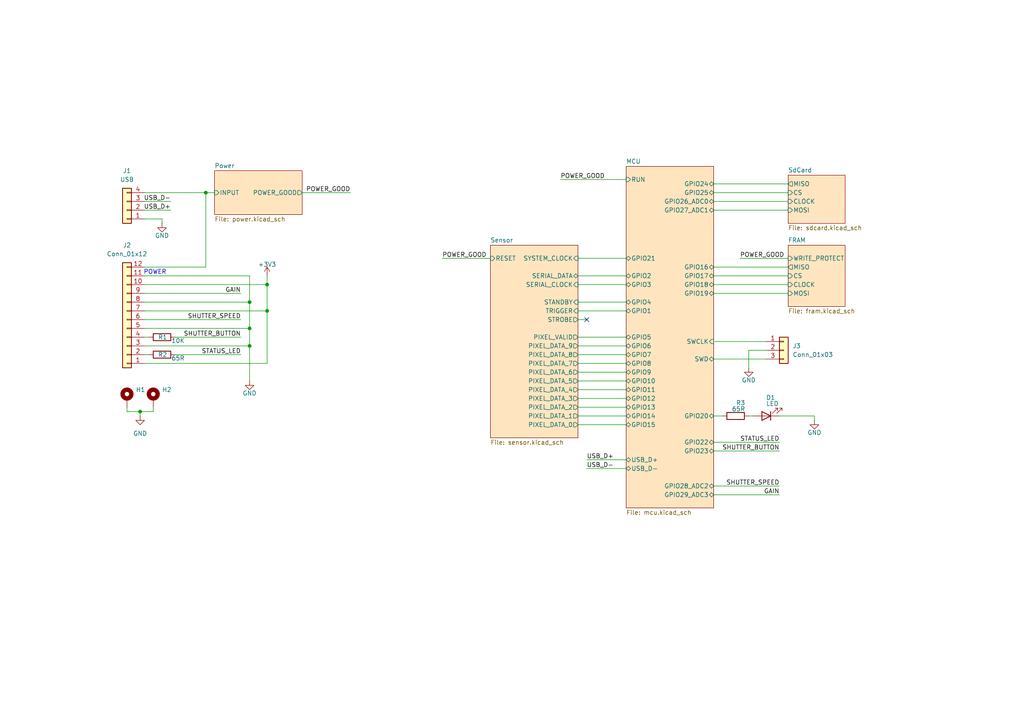
<source format=kicad_sch>
(kicad_sch (version 20250114) (generator "eeschema") (generator_version "9.0")
  (paper "A4")
  (lib_symbols
    (symbol "Connector_Generic:Conn_01x03" (pin_names (offset 1.016) (hide yes))
      (property "Reference" "J" (at 0 5.08 0))
      (property "Value" "Conn_01x03" (at 0 -5.08 0))
      (symbol "Conn_01x03_1_1"
        (rectangle (start -1.27 3.81) (end 1.27 -3.81) (stroke (width 0.254)) (fill (type background)))
        (rectangle (start -1.27 2.667) (end 0 2.413) (stroke (width 0.1524)))
        (rectangle (start -1.27 0.127) (end 0 -0.127) (stroke (width 0.1524)))
        (rectangle (start -1.27 -2.413) (end 0 -2.667) (stroke (width 0.1524)))
        (pin passive line (at -5.08 2.54 0) (length 3.81) (name "Pin_1") (number "1"))
        (pin passive line (at -5.08 0 0) (length 3.81) (name "Pin_2") (number "2"))
        (pin passive line (at -5.08 -2.54 0) (length 3.81) (name "Pin_3") (number "3"))
      )
    )
    (symbol "Connector_Generic:Conn_01x04" (pin_names (offset 1.016) (hide yes))
      (property "Reference" "J" (at 0 5.08 0))
      (property "Value" "Conn_01x04" (at 0 -7.62 0))
      (symbol "Conn_01x04_1_1"
        (rectangle (start -1.27 3.81) (end 1.27 -6.35) (stroke (width 0.254)) (fill (type background)))
        (rectangle (start -1.27 2.667) (end 0 2.413) (stroke (width 0.1524)))
        (rectangle (start -1.27 0.127) (end 0 -0.127) (stroke (width 0.1524)))
        (rectangle (start -1.27 -2.413) (end 0 -2.667) (stroke (width 0.1524)))
        (rectangle (start -1.27 -4.953) (end 0 -5.207) (stroke (width 0.1524)))
        (pin passive line (at -5.08 2.54 0) (length 3.81) (name "Pin_1") (number "1"))
        (pin passive line (at -5.08 0 0) (length 3.81) (name "Pin_2") (number "2"))
        (pin passive line (at -5.08 -2.54 0) (length 3.81) (name "Pin_3") (number "3"))
        (pin passive line (at -5.08 -5.08 0) (length 3.81) (name "Pin_4") (number "4"))
      )
    )
    (symbol "Connector_Generic:Conn_01x12" (pin_names (offset 1.016) (hide yes))
      (property "Reference" "J" (at 0 15.24 0))
      (property "Value" "Conn_01x12" (at 0 -17.78 0))
      (symbol "Conn_01x12_1_1"
        (rectangle (start -1.27 13.97) (end 1.27 -16.51) (stroke (width 0.254)) (fill (type background)))
        (rectangle (start -1.27 12.827) (end 0 12.573) (stroke (width 0.1524)))
        (rectangle (start -1.27 10.287) (end 0 10.033) (stroke (width 0.1524)))
        (rectangle (start -1.27 7.747) (end 0 7.493) (stroke (width 0.1524)))
        (rectangle (start -1.27 5.207) (end 0 4.953) (stroke (width 0.1524)))
        (rectangle (start -1.27 2.667) (end 0 2.413) (stroke (width 0.1524)))
        (rectangle (start -1.27 0.127) (end 0 -0.127) (stroke (width 0.1524)))
        (rectangle (start -1.27 -2.413) (end 0 -2.667) (stroke (width 0.1524)))
        (rectangle (start -1.27 -4.953) (end 0 -5.207) (stroke (width 0.1524)))
        (rectangle (start -1.27 -7.493) (end 0 -7.747) (stroke (width 0.1524)))
        (rectangle (start -1.27 -10.033) (end 0 -10.287) (stroke (width 0.1524)))
        (rectangle (start -1.27 -12.573) (end 0 -12.827) (stroke (width 0.1524)))
        (rectangle (start -1.27 -15.113) (end 0 -15.367) (stroke (width 0.1524)))
        (pin passive line (at -5.08 12.7 0) (length 3.81) (name "Pin_1") (number "1"))
        (pin passive line (at -5.08 10.16 0) (length 3.81) (name "Pin_2") (number "2"))
        (pin passive line (at -5.08 7.62 0) (length 3.81) (name "Pin_3") (number "3"))
        (pin passive line (at -5.08 5.08 0) (length 3.81) (name "Pin_4") (number "4"))
        (pin passive line (at -5.08 2.54 0) (length 3.81) (name "Pin_5") (number "5"))
        (pin passive line (at -5.08 0 0) (length 3.81) (name "Pin_6") (number "6"))
        (pin passive line (at -5.08 -2.54 0) (length 3.81) (name "Pin_7") (number "7"))
        (pin passive line (at -5.08 -5.08 0) (length 3.81) (name "Pin_8") (number "8"))
        (pin passive line (at -5.08 -7.62 0) (length 3.81) (name "Pin_9") (number "9"))
        (pin passive line (at -5.08 -10.16 0) (length 3.81) (name "Pin_10") (number "10"))
        (pin passive line (at -5.08 -12.7 0) (length 3.81) (name "Pin_11") (number "11"))
        (pin passive line (at -5.08 -15.24 0) (length 3.81) (name "Pin_12") (number "12"))
      )
    )
    (symbol "Device:LED" (pin_numbers (hide yes)) (pin_names (offset 1.016) (hide yes))
      (property "Reference" "D" (at 0 2.54 0))
      (property "Value" "LED" (at 0 -2.54 0))
      (symbol "LED_0_1"
        (polyline (pts (xy -3.048 -0.762) (xy -4.572 -2.286) (xy -3.81 -2.286) (xy -4.572 -2.286) (xy -4.572 -1.524)))
        (polyline (pts (xy -1.778 -0.762) (xy -3.302 -2.286) (xy -2.54 -2.286) (xy -3.302 -2.286) (xy -3.302 -1.524)))
        (polyline (pts (xy -1.27 0) (xy 1.27 0)))
        (polyline (pts (xy -1.27 -1.27) (xy -1.27 1.27)) (stroke (width 0.254)))
        (polyline (pts (xy 1.27 -1.27) (xy 1.27 1.27) (xy -1.27 0) (xy 1.27 -1.27)) (stroke (width 0.254)))
      )
      (symbol "LED_1_1"
        (pin passive line (at -3.81 0 0) (length 2.54) (name "K") (number "1"))
        (pin passive line (at 3.81 0 180) (length 2.54) (name "A") (number "2"))
      )
    )
    (symbol "Device:R" (pin_numbers (hide yes)) (pin_names (offset 0))
      (property "Reference" "R" (at 2.032 0 90))
      (property "Value" "R" (at 0 0 90))
      (symbol "R_0_1"
        (rectangle (start -1.016 -2.54) (end 1.016 2.54) (stroke (width 0.254)))
      )
      (symbol "R_1_1"
        (pin passive line (at 0 3.81 270) (length 1.27) (name "~") (number "1"))
        (pin passive line (at 0 -3.81 90) (length 1.27) (name "~") (number "2"))
      )
    )
    (symbol "GND_1" (power) (pin_numbers (hide yes)) (pin_names (offset 0) (hide yes))
      (property "Value" "GND" (at 0 -3.81 0))
      (symbol "GND_1_0_1"
        (polyline (pts (xy 0 0) (xy 0 -1.27) (xy 1.27 -1.27) (xy 0 -2.54) (xy -1.27 -1.27) (xy 0 -1.27)))
      )
      (symbol "GND_1_1_1"
        (pin power_in line (at 0 0 270) (length 0) (name "~") (number "1"))
      )
    )
    (symbol "Mechanical:MountingHole_Pad" (pin_numbers (hide yes)) (pin_names (offset 1.016) (hide yes)) (in_bom no)
      (property "Reference" "H" (at 0 6.35 0))
      (property "Value" "MountingHole_Pad" (at 0 4.445 0))
      (symbol "MountingHole_Pad_0_1"
        (circle (center 0 1.27) (radius 1.27) (stroke (width 1.27)))
      )
      (symbol "MountingHole_Pad_1_1"
        (pin input line (at 0 -2.54 90) (length 2.54) (name "1") (number "1"))
      )
    )
    (symbol "power:+3V3" (power) (pin_names (offset 0))
      (property "Value" "+3V3" (at 0 3.556 0))
      (symbol "+3V3_0_1"
        (polyline (pts (xy -0.762 1.27) (xy 0 2.54)))
        (polyline (pts (xy 0 2.54) (xy 0.762 1.27)))
        (polyline (pts (xy 0 0) (xy 0 2.54)))
      )
      (symbol "+3V3_1_1"
        (pin power_in line (at 0 0 90) (length 0) (hide yes) (name "+3V3") (number "1"))
      )
    )
  )
  (text "POWER" (at 44.958 78.994 0) (effects (font (size 1.27 1.27))))
  (junction (at 72.39 87.63))
  (junction (at 72.39 95.25))
  (junction (at 40.64 119.38))
  (junction (at 77.47 82.55))
  (junction (at 59.69 55.88))
  (junction (at 77.47 90.17))
  (junction (at 72.39 100.33))
  (no_connect (at 170.18 92.71))
  (wire (pts (xy 207.01 60.96) (xy 228.6 60.96)))
  (wire (pts (xy 217.17 120.65) (xy 218.44 120.65)))
  (wire (pts (xy 44.45 119.38) (xy 40.64 119.38)))
  (wire (pts (xy 69.85 85.09) (xy 41.91 85.09)))
  (wire (pts (xy 41.91 100.33) (xy 72.39 100.33)))
  (wire (pts (xy 207.01 82.55) (xy 228.6 82.55)))
  (wire (pts (xy 214.63 74.93) (xy 228.6 74.93)))
  (wire (pts (xy 36.83 118.11) (xy 36.83 119.38)))
  (wire (pts (xy 77.47 82.55) (xy 77.47 80.01)))
  (wire (pts (xy 167.64 92.71) (xy 170.18 92.71)))
  (wire (pts (xy 41.91 90.17) (xy 77.47 90.17)))
  (wire (pts (xy 236.22 120.65) (xy 226.06 120.65)))
  (wire (pts (xy 41.91 105.41) (xy 77.47 105.41)))
  (wire (pts (xy 167.64 123.19) (xy 181.61 123.19)))
  (wire (pts (xy 41.91 55.88) (xy 59.69 55.88)))
  (wire (pts (xy 167.64 100.33) (xy 181.61 100.33)))
  (wire (pts (xy 49.53 58.42) (xy 41.91 58.42)))
  (wire (pts (xy 40.64 119.38) (xy 40.64 120.65)))
  (wire (pts (xy 167.64 115.57) (xy 181.61 115.57)))
  (wire (pts (xy 41.91 63.5) (xy 46.99 63.5)))
  (wire (pts (xy 72.39 110.49) (xy 72.39 100.33)))
  (wire (pts (xy 167.64 113.03) (xy 181.61 113.03)))
  (wire (pts (xy 167.64 120.65) (xy 181.61 120.65)))
  (wire (pts (xy 49.53 60.96) (xy 41.91 60.96)))
  (wire (pts (xy 207.01 128.27) (xy 226.06 128.27)))
  (wire (pts (xy 72.39 80.01) (xy 41.91 80.01)))
  (wire (pts (xy 217.17 101.6) (xy 217.17 106.68)))
  (wire (pts (xy 207.01 143.51) (xy 226.06 143.51)))
  (wire (pts (xy 43.18 102.87) (xy 41.91 102.87)))
  (wire (pts (xy 69.85 97.79) (xy 50.8 97.79)))
  (wire (pts (xy 72.39 100.33) (xy 72.39 95.25)))
  (wire (pts (xy 72.39 87.63) (xy 72.39 80.01)))
  (wire (pts (xy 69.85 92.71) (xy 41.91 92.71)))
  (wire (pts (xy 167.64 97.79) (xy 181.61 97.79)))
  (wire (pts (xy 207.01 58.42) (xy 228.6 58.42)))
  (wire (pts (xy 207.01 99.06) (xy 222.25 99.06)))
  (wire (pts (xy 50.8 102.87) (xy 69.85 102.87)))
  (wire (pts (xy 167.64 87.63) (xy 181.61 87.63)))
  (wire (pts (xy 170.18 135.89) (xy 181.61 135.89)))
  (wire (pts (xy 167.64 102.87) (xy 181.61 102.87)))
  (wire (pts (xy 170.18 133.35) (xy 181.61 133.35)))
  (wire (pts (xy 36.83 119.38) (xy 40.64 119.38)))
  (wire (pts (xy 43.18 97.79) (xy 41.91 97.79)))
  (wire (pts (xy 167.64 110.49) (xy 181.61 110.49)))
  (wire (pts (xy 162.56 52.07) (xy 181.61 52.07)))
  (wire (pts (xy 46.99 63.5) (xy 46.99 64.77)))
  (wire (pts (xy 207.01 80.01) (xy 228.6 80.01)))
  (wire (pts (xy 41.91 77.47) (xy 59.69 77.47)))
  (wire (pts (xy 207.01 53.34) (xy 228.6 53.34)))
  (wire (pts (xy 167.64 82.55) (xy 181.61 82.55)))
  (wire (pts (xy 41.91 87.63) (xy 72.39 87.63)))
  (wire (pts (xy 44.45 118.11) (xy 44.45 119.38)))
  (wire (pts (xy 167.64 118.11) (xy 181.61 118.11)))
  (wire (pts (xy 41.91 82.55) (xy 77.47 82.55)))
  (wire (pts (xy 87.63 55.88) (xy 101.6 55.88)))
  (wire (pts (xy 72.39 95.25) (xy 72.39 87.63)))
  (wire (pts (xy 207.01 85.09) (xy 228.6 85.09)))
  (wire (pts (xy 236.22 120.65) (xy 236.22 121.92)))
  (wire (pts (xy 167.64 107.95) (xy 181.61 107.95)))
  (wire (pts (xy 59.69 55.88) (xy 62.23 55.88)))
  (wire (pts (xy 222.25 101.6) (xy 217.17 101.6)))
  (wire (pts (xy 59.69 77.47) (xy 59.69 55.88)))
  (wire (pts (xy 167.64 90.17) (xy 181.61 90.17)))
  (wire (pts (xy 207.01 104.14) (xy 222.25 104.14)))
  (wire (pts (xy 77.47 105.41) (xy 77.47 90.17)))
  (wire (pts (xy 41.91 95.25) (xy 72.39 95.25)))
  (wire (pts (xy 207.01 140.97) (xy 226.06 140.97)))
  (wire (pts (xy 207.01 130.81) (xy 226.06 130.81)))
  (wire (pts (xy 207.01 77.47) (xy 228.6 77.47)))
  (wire (pts (xy 167.64 105.41) (xy 181.61 105.41)))
  (wire (pts (xy 77.47 90.17) (xy 77.47 82.55)))
  (wire (pts (xy 207.01 55.88) (xy 228.6 55.88)))
  (wire (pts (xy 142.24 74.93) (xy 128.27 74.93)))
  (wire (pts (xy 167.64 74.93) (xy 181.61 74.93)))
  (wire (pts (xy 167.64 80.01) (xy 181.61 80.01)))
  (wire (pts (xy 207.01 120.65) (xy 209.55 120.65)))
  (label "POWER_GOOD" (at 214.63 74.93 0))
  (label "USB_D-" (at 170.18 135.89 0))
  (label "SHUTTER_SPEED" (at 226.06 140.97 180))
  (label "POWER_GOOD" (at 162.56 52.07 0))
  (label "POWER_GOOD" (at 128.27 74.93 0))
  (label "USB_D+" (at 49.53 60.96 180))
  (label "SHUTTER_SPEED" (at 69.85 92.71 180))
  (label "POWER_GOOD" (at 101.6 55.88 180))
  (label "USB_D-" (at 49.53 58.42 180))
  (label "GAIN" (at 226.06 143.51 180))
  (label "SHUTTER_BUTTON" (at 69.85 97.79 180))
  (label "STATUS_LED" (at 226.06 128.27 180))
  (label "STATUS_LED" (at 69.85 102.87 180))
  (label "SHUTTER_BUTTON" (at 226.06 130.81 180))
  (label "GAIN" (at 69.85 85.09 180))
  (label "USB_D+" (at 170.18 133.35 0))
  (symbol (lib_id "Mechanical:MountingHole_Pad") (at 36.83 115.57 0) (unit 1) (in_bom no)
    (property "Reference" "H1" (at 39.37 113.0299 0) (effects (justify left)))
    (property "Value" "MountingHole_Pad" (effects (hide yes)))
    (property "Footprint" "MountingHole:MountingHole_2.2mm_M2_Pad_Via" (effects (hide yes)))
    (property "Description" "Mounting Hole with connection" (effects (hide yes)))
  )
  (symbol (lib_name "GND_1") (lib_id "power:GND") (at 217.17 106.68 0) (unit 1)
    (property "Reference" "#PWR05" (effects (hide yes)))
    (property "Value" "GND" (at 217.17 110.236 0))
    (property "Description" "Power symbol creates a global label with name \"GND\" , ground" (effects (hide yes)))
  )
  (symbol (lib_id "Mechanical:MountingHole_Pad") (at 44.45 115.57 0) (unit 1) (in_bom no)
    (property "Reference" "H2" (at 46.99 113.0299 0) (effects (justify left)))
    (property "Value" "MountingHole_Pad" (effects (hide yes)))
    (property "Footprint" "MountingHole:MountingHole_2.2mm_M2_Pad_Via" (effects (hide yes)))
    (property "Description" "Mounting Hole with connection" (effects (hide yes)))
  )
  (symbol (lib_id "Device:R") (at 46.99 97.79 90) (unit 1)
    (property "Reference" "R1" (at 48.514 97.79 90) (effects (justify left)))
    (property "Value" "10K" (at 53.594 98.806 90) (effects (justify left)))
    (property "Footprint" "Resistor_SMD:R_0402_1005Metric" (effects (hide yes)))
    (property "Description" "Resistor" (effects (hide yes)))
  )
  (symbol (lib_id "power:+3V3") (at 77.47 80.01 0) (unit 1)
    (property "Reference" "#PWR04" (effects (hide yes)))
    (property "Value" "+3V3" (at 77.47 76.708 0))
  )
  (symbol (lib_id "Device:R") (at 46.99 102.87 90) (unit 1)
    (property "Reference" "R2" (at 48.514 102.87 90) (effects (justify left)))
    (property "Value" "65R" (at 53.594 103.886 90) (effects (justify left)))
    (property "Footprint" "Resistor_SMD:R_0402_1005Metric" (effects (hide yes)))
    (property "Description" "Resistor" (effects (hide yes)))
  )
  (symbol (lib_name "GND_1") (lib_id "power:GND") (at 236.22 121.92 0) (unit 1)
    (property "Reference" "#PWR06" (effects (hide yes)))
    (property "Value" "GND" (at 236.22 125.476 0))
    (property "Description" "Power symbol creates a global label with name \"GND\" , ground" (effects (hide yes)))
  )
  (symbol (lib_name "GND_1") (lib_id "power:GND") (at 72.39 110.49 0) (unit 1)
    (property "Reference" "#PWR03" (effects (hide yes)))
    (property "Value" "GND" (at 72.39 114.046 0))
    (property "Description" "Power symbol creates a global label with name \"GND\" , ground" (effects (hide yes)))
  )
  (symbol (lib_id "Connector_Generic:Conn_01x03") (at 227.33 101.6 0) (unit 1)
    (property "Reference" "J3" (at 229.87 100.3299 0) (effects (justify left)))
    (property "Value" "Conn_01x03" (at 229.87 102.8699 0) (effects (justify left)))
    (property "Footprint" "Connector_PinHeader_1.00mm:PinHeader_1x03_P1.00mm_Vertical" (effects (hide yes)))
    (property "Description" "Generic connector, single row, 01x03, script generated (kicad-library-utils/schlib/autogen/connector/)" (effects (hide yes)))
  )
  (symbol (lib_id "Connector_Generic:Conn_01x12") (at 36.83 92.71 180) (unit 1)
    (property "Reference" "J2" (at 36.83 71.12 0))
    (property "Value" "Conn_01x12" (at 36.83 73.66 0))
    (property "Footprint" "Connector_Hirose:Hirose_DF52-12S-0.8H_1x12-1MP_P0.80mm_Horizontal" (effects (hide yes)))
    (property "Description" "Generic connector, single row, 01x12, script generated (kicad-library-utils/schlib/autogen/connector/)" (effects (hide yes)))
  )
  (symbol (lib_id "Connector_Generic:Conn_01x04") (at 36.83 60.96 180) (unit 1)
    (property "Reference" "J1" (at 36.83 49.53 0))
    (property "Value" "USB" (at 36.83 52.07 0))
    (property "Footprint" "Connector_PinHeader_1.27mm:PinHeader_1x04_P1.27mm_Vertical" (effects (hide yes)))
    (property "Description" "Generic connector, single row, 01x04, script generated (kicad-library-utils/schlib/autogen/connector/)" (effects (hide yes)))
  )
  (symbol (lib_id "Device:LED") (at 222.25 120.65 180) (unit 1)
    (property "Reference" "D1" (at 223.52 115.316 0))
    (property "Value" "LED" (at 224.028 117.094 0))
    (property "Footprint" "LED_SMD:LED_0402_1005Metric" (effects (hide yes)))
    (property "Description" "Light emitting diode" (effects (hide yes)))
    (property "Sim.Pins" "1=K 2=A" (effects (hide yes)))
  )
  (symbol (lib_name "GND_1") (lib_id "power:GND") (at 46.99 64.77 0) (unit 1)
    (property "Reference" "#PWR02" (effects (hide yes)))
    (property "Value" "GND" (at 46.99 68.326 0))
    (property "Description" "Power symbol creates a global label with name \"GND\" , ground" (effects (hide yes)))
  )
  (symbol (lib_name "GND_1") (lib_id "power:GND") (at 40.64 120.65 0) (unit 1)
    (property "Reference" "#PWR01" (effects (hide yes)))
    (property "Value" "GND" (at 40.64 125.73 0))
    (property "Description" "Power symbol creates a global label with name \"GND\" , ground" (effects (hide yes)))
  )
  (symbol (lib_id "Device:R") (at 213.36 120.65 90) (unit 1)
    (property "Reference" "R3" (at 216.154 116.84 90) (effects (justify left)))
    (property "Value" "65R" (at 216.154 118.618 90) (effects (justify left)))
    (property "Footprint" "Resistor_SMD:R_0402_1005Metric" (effects (hide yes)))
    (property "Description" "Resistor" (effects (hide yes)))
  )
  (sheet (at 228.6 71.12) (size 16.51 17.78) (stroke (width 0.1524)) (fill (color 255 229 191 1.0000))
    (property "Sheetname" "FRAM" (at 228.6 70.4084 0) (effects (justify left bottom)))
    (property "Sheetfile" "fram.kicad_sch" (at 228.6 89.4846 0) (effects (justify left top)))
    (pin "MOSI" input (at 228.6 85.09 180))
    (pin "MISO" output (at 228.6 77.47 180))
    (pin "CLOCK" input (at 228.6 82.55 180))
    (pin "CS" input (at 228.6 80.01 180))
    (pin "WRITE_PROTECT" input (at 228.6 74.93 180))
  )
  (sheet (at 62.23 49.53) (size 25.4 12.7) (stroke (width 0.1524)) (fill (color 255 229 191 1.0000))
    (property "Sheetname" "Power" (at 62.23 48.8184 0) (effects (justify left bottom)))
    (property "Sheetfile" "power.kicad_sch" (at 62.23 62.8146 0) (effects (justify left top)))
    (pin "INPUT" input (at 62.23 55.88 180))
    (pin "POWER_GOOD" output (at 87.63 55.88 0))
  )
  (sheet (at 142.24 71.12) (size 25.4 55.88) (stroke (width 0.1524)) (fill (color 255 229 191 1.0000))
    (property "Sheetname" "Sensor" (at 142.24 70.4084 0) (effects (justify left bottom)))
    (property "Sheetfile" "sensor.kicad_sch" (at 142.24 127.5846 0) (effects (justify left top)))
    (pin "STROBE" output (at 167.64 92.71 0))
    (pin "SYSTEM_CLOCK" input (at 167.64 74.93 0))
    (pin "STANDBY" input (at 167.64 87.63 0))
    (pin "TRIGGER" input (at 167.64 90.17 0))
    (pin "PIXEL_DATA_0" output (at 167.64 123.19 0))
    (pin "PIXEL_DATA_1" output (at 167.64 120.65 0))
    (pin "PIXEL_DATA_2" output (at 167.64 118.11 0))
    (pin "PIXEL_DATA_3" output (at 167.64 115.57 0))
    (pin "PIXEL_DATA_4" output (at 167.64 113.03 0))
    (pin "PIXEL_DATA_5" output (at 167.64 110.49 0))
    (pin "PIXEL_DATA_6" output (at 167.64 107.95 0))
    (pin "PIXEL_DATA_7" output (at 167.64 105.41 0))
    (pin "PIXEL_DATA_8" output (at 167.64 102.87 0))
    (pin "PIXEL_DATA_9" output (at 167.64 100.33 0))
    (pin "PIXEL_VALID" output (at 167.64 97.79 0))
    (pin "SERIAL_CLOCK" input (at 167.64 82.55 0))
    (pin "SERIAL_DATA" bidirectional (at 167.64 80.01 0))
    (pin "RESET" input (at 142.24 74.93 180))
  )
  (sheet (at 228.6 50.8) (size 16.51 13.97) (stroke (width 0.1524)) (fill (color 255 229 191 1.0000))
    (property "Sheetname" "SdCard" (at 228.6 50.0884 0) (effects (justify left bottom)))
    (property "Sheetfile" "sdcard.kicad_sch" (at 228.6 65.3546 0) (effects (justify left top)))
    (pin "CLOCK" input (at 228.6 58.42 180))
    (pin "CS" input (at 228.6 55.88 180))
    (pin "MISO" output (at 228.6 53.34 180))
    (pin "MOSI" input (at 228.6 60.96 180))
  )
  (sheet (at 181.61 48.26) (size 25.4 99.06) (stroke (width 0.1524)) (fill (color 255 229 191 1.0000))
    (property "Sheetname" "MCU" (at 181.61 47.5484 0) (effects (justify left bottom)))
    (property "Sheetfile" "mcu.kicad_sch" (at 181.61 147.9046 0) (effects (justify left top)))
    (pin "RUN" input (at 181.61 52.07 180))
    (pin "GPIO21" bidirectional (at 181.61 74.93 180))
    (pin "USB_D+" bidirectional (at 181.61 133.35 180))
    (pin "USB_D-" bidirectional (at 181.61 135.89 180))
    (pin "SWCLK" input (at 207.01 99.06 0))
    (pin "SWD" bidirectional (at 207.01 104.14 0))
    (pin "GPIO2" bidirectional (at 181.61 80.01 180))
    (pin "GPIO3" bidirectional (at 181.61 82.55 180))
    (pin "GPIO1" bidirectional (at 181.61 90.17 180))
    (pin "GPIO4" bidirectional (at 181.61 87.63 180))
    (pin "GPIO5" bidirectional (at 181.61 97.79 180))
    (pin "GPIO6" bidirectional (at 181.61 100.33 180))
    (pin "GPIO7" bidirectional (at 181.61 102.87 180))
    (pin "GPIO8" bidirectional (at 181.61 105.41 180))
    (pin "GPIO9" bidirectional (at 181.61 107.95 180))
    (pin "GPIO10" bidirectional (at 181.61 110.49 180))
    (pin "GPIO11" bidirectional (at 181.61 113.03 180))
    (pin "GPIO12" bidirectional (at 181.61 115.57 180))
    (pin "GPIO13" bidirectional (at 181.61 118.11 180))
    (pin "GPIO14" bidirectional (at 181.61 120.65 180))
    (pin "GPIO15" bidirectional (at 181.61 123.19 180))
    (pin "GPIO16" bidirectional (at 207.01 77.47 0))
    (pin "GPIO17" bidirectional (at 207.01 80.01 0))
    (pin "GPIO18" bidirectional (at 207.01 82.55 0))
    (pin "GPIO19" bidirectional (at 207.01 85.09 0))
    (pin "GPIO20" bidirectional (at 207.01 120.65 0))
    (pin "GPIO22" bidirectional (at 207.01 128.27 0))
    (pin "GPIO23" bidirectional (at 207.01 130.81 0))
    (pin "GPIO24" bidirectional (at 207.01 53.34 0))
    (pin "GPIO25" bidirectional (at 207.01 55.88 0))
    (pin "GPIO26_ADC0" bidirectional (at 207.01 58.42 0))
    (pin "GPIO27_ADC1" bidirectional (at 207.01 60.96 0))
    (pin "GPIO28_ADC2" bidirectional (at 207.01 140.97 0))
    (pin "GPIO29_ADC3" bidirectional (at 207.01 143.51 0))
  )
)
</source>
